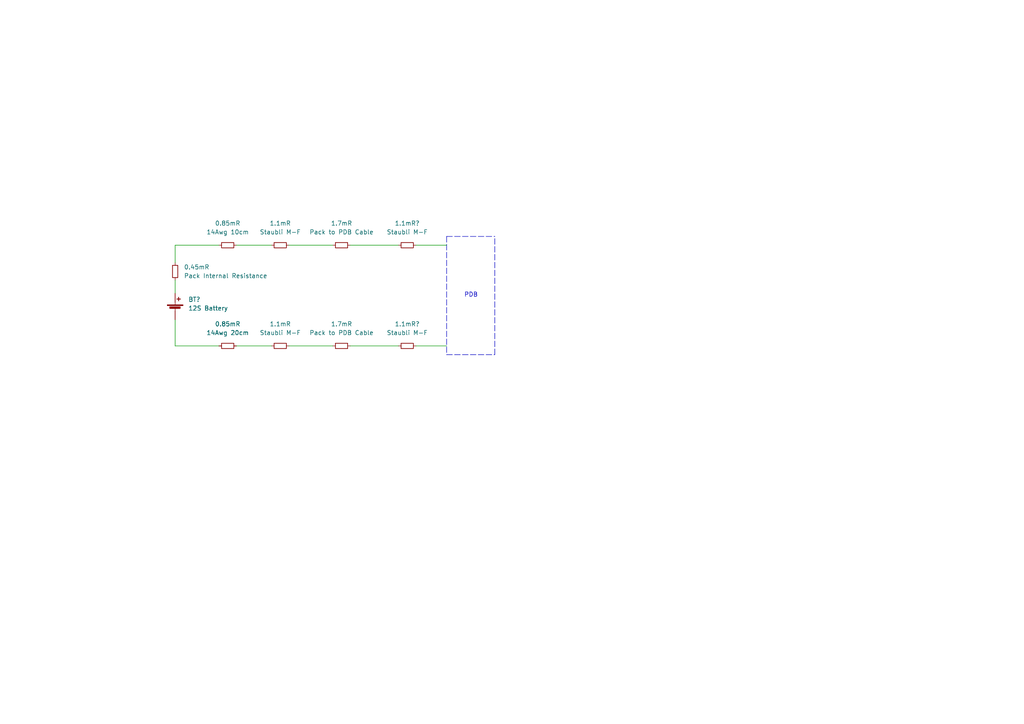
<source format=kicad_sch>
(kicad_sch (version 20211123) (generator eeschema)
  (paper "A4")
  (lib_symbols
    (symbol "Device:Battery_Cell" (pin_numbers hide) (pin_names (offset 0) hide)
      (property "Reference" "BT" (at 2.54 2.54 0))
      (property "Value" "Battery_Cell" (at 2.54 0 0))
      (symbol "Battery_Cell_0_1"
        (rectangle (start -2.286 1.778) (end 2.286 1.524) (fill (type outline)))
        (rectangle (start -1.5748 1.1938) (end 1.4732 0.6858) (fill (type outline)))
        (polyline (pts (xy 0 0.762) (xy 0 0)))
        (polyline (pts (xy 0 1.778) (xy 0 2.54)))
        (polyline (pts (xy 0.508 3.429) (xy 1.524 3.429)) (stroke (width 0.254)))
        (polyline (pts (xy 1.016 3.937) (xy 1.016 2.921)) (stroke (width 0.254)))
      )
      (symbol "Battery_Cell_1_1"
        (pin passive line (at 0 5.08 270) (length 2.54) (name "+") (number "1"))
        (pin passive line (at 0 -2.54 90) (length 2.54) (name "-") (number "2"))
      )
    )
    (symbol "Device:R_Small" (pin_numbers hide) (pin_names (offset 0.254) hide)
      (property "Reference" "R" (at 0.762 0.508 0))
      (property "Value" "R_Small" (at 0.762 -1.016 0))
      (symbol "R_Small_0_1"
        (rectangle (start -0.762 1.778) (end 0.762 -1.778) (stroke (width 0.2032)))
      )
      (symbol "R_Small_1_1"
        (pin passive line (at 0 2.54 270) (length 0.762) (name "~") (number "1"))
        (pin passive line (at 0 -2.54 90) (length 0.762) (name "~") (number "2"))
      )
    )
  )
  (wire (pts (xy 50.8 71.12) (xy 63.5 71.12)))
  (wire (pts (xy 68.58 71.12) (xy 78.74 71.12)))
  (wire (pts (xy 50.8 81.28) (xy 50.8 85.09)))
  (wire (pts (xy 50.8 100.33) (xy 63.5 100.33)))
  (wire (pts (xy 83.82 100.33) (xy 96.52 100.33)))
  (wire (pts (xy 101.6 71.12) (xy 115.57 71.12)))
  (wire (pts (xy 68.58 100.33) (xy 78.74 100.33)))
  (wire (pts (xy 83.82 71.12) (xy 96.52 71.12)))
  (polyline (pts (xy 129.54 68.58) (xy 143.51 68.58)))
  (wire (pts (xy 50.8 71.12) (xy 50.8 76.2)))
  (wire (pts (xy 120.65 71.12) (xy 129.54 71.12)))
  (wire (pts (xy 120.65 100.33) (xy 129.54 100.33)))
  (polyline (pts (xy 129.54 102.87) (xy 143.51 102.87)))
  (polyline (pts (xy 129.54 68.58) (xy 129.54 102.87)))
  (polyline (pts (xy 143.51 102.87) (xy 143.51 68.58)))
  (wire (pts (xy 101.6 100.33) (xy 115.57 100.33)))
  (wire (pts (xy 50.8 92.71) (xy 50.8 100.33)))
  (text "PDB" (at 134.62 86.36 0) (effects (font (size 1.27 1.27)) (justify left bottom)))
  (symbol (lib_id "Device:Battery_Cell") (at 50.8 90.17 0) (unit 1)
    (property "Reference" "BT?" (at 54.61 86.8679 0) (effects (justify left)))
    (property "Value" "12S Battery" (at 54.61 89.4079 0) (effects (justify left)))
  )
  (symbol (lib_id "Device:R_Small") (at 66.04 71.12 270) (unit 1)
    (property "Reference" "0.85mR" (at 66.04 64.77 90))
    (property "Value" "14Awg 10cm" (at 66.04 67.31 90))
  )
  (symbol (lib_id "Device:R_Small") (at 118.11 100.33 270) (unit 1)
    (property "Reference" "1.1mR?" (at 118.11 93.98 90))
    (property "Value" "Staubli M-F" (at 118.11 96.52 90))
  )
  (symbol (lib_id "Device:R_Small") (at 99.06 100.33 270) (unit 1)
    (property "Reference" "1.7mR" (at 99.06 93.98 90))
    (property "Value" "Pack to PDB Cable" (at 99.06 96.52 90))
  )
  (symbol (lib_id "Device:R_Small") (at 99.06 71.12 270) (unit 1)
    (property "Reference" "1.7mR" (at 99.06 64.77 90))
    (property "Value" "Pack to PDB Cable" (at 99.06 67.31 90))
  )
  (symbol (lib_id "Device:R_Small") (at 81.28 71.12 270) (unit 1)
    (property "Reference" "1.1mR" (at 81.28 64.77 90))
    (property "Value" "Staubli M-F" (at 81.28 67.31 90))
  )
  (symbol (lib_id "Device:R_Small") (at 50.8 78.74 0) (unit 1)
    (property "Reference" "0.45mR" (at 53.34 77.4699 0) (effects (justify left)))
    (property "Value" "Pack Internal Resistance" (at 53.34 80.0099 0) (effects (justify left)))
  )
  (symbol (lib_id "Device:R_Small") (at 66.04 100.33 270) (unit 1)
    (property "Reference" "0.85mR" (at 66.04 93.98 90))
    (property "Value" "14Awg 20cm" (at 66.04 96.52 90))
  )
  (symbol (lib_id "Device:R_Small") (at 81.28 100.33 270) (unit 1)
    (property "Reference" "1.1mR" (at 81.28 93.98 90))
    (property "Value" "Staubli M-F" (at 81.28 96.52 90))
  )
  (symbol (lib_id "Device:R_Small") (at 118.11 71.12 270) (unit 1)
    (property "Reference" "1.1mR?" (at 118.11 64.77 90))
    (property "Value" "Staubli M-F" (at 118.11 67.31 90))
  )
)
</source>
